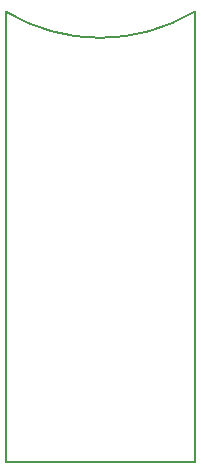
<source format=gbr>
G04 #@! TF.GenerationSoftware,KiCad,Pcbnew,(5.0-dev-4115-gdd04bcb)*
G04 #@! TF.CreationDate,2018-03-13T16:30:22-07:00*
G04 #@! TF.ProjectId,PCB-Condenser-Microphone,5043422D436F6E64656E7365722D4D69,1*
G04 #@! TF.SameCoordinates,Original*
G04 #@! TF.FileFunction,Profile,NP*
%FSLAX46Y46*%
G04 Gerber Fmt 4.6, Leading zero omitted, Abs format (unit mm)*
G04 Created by KiCad (PCBNEW (5.0-dev-4115-gdd04bcb)) date Tuesday, March 13, 2018 at 04:30:22 PM*
%MOMM*%
%LPD*%
G01*
G04 APERTURE LIST*
%ADD10C,0.150000*%
G04 APERTURE END LIST*
D10*
X118000000Y-85000000D02*
X118000000Y-46890000D01*
X134000000Y-85000000D02*
X134000000Y-46880000D01*
X133997333Y-46875578D02*
G75*
G02X117990001Y-46879999I-8007333J13275578D01*
G01*
X118000000Y-85000000D02*
X134000000Y-85000000D01*
M02*

</source>
